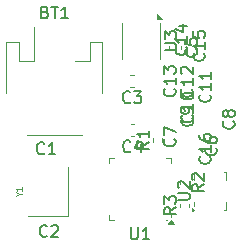
<source format=gbr>
%TF.GenerationSoftware,KiCad,Pcbnew,9.0.4*%
%TF.CreationDate,2025-09-01T12:55:03-07:00*%
%TF.ProjectId,Putting_Device,50757474-696e-4675-9f44-65766963652e,rev?*%
%TF.SameCoordinates,Original*%
%TF.FileFunction,Legend,Top*%
%TF.FilePolarity,Positive*%
%FSLAX46Y46*%
G04 Gerber Fmt 4.6, Leading zero omitted, Abs format (unit mm)*
G04 Created by KiCad (PCBNEW 9.0.4) date 2025-09-01 12:55:03*
%MOMM*%
%LPD*%
G01*
G04 APERTURE LIST*
%ADD10C,0.150000*%
%ADD11C,0.075000*%
%ADD12C,0.120000*%
G04 APERTURE END LIST*
D10*
X144159580Y-63259167D02*
X144207200Y-63306786D01*
X144207200Y-63306786D02*
X144254819Y-63449643D01*
X144254819Y-63449643D02*
X144254819Y-63544881D01*
X144254819Y-63544881D02*
X144207200Y-63687738D01*
X144207200Y-63687738D02*
X144111961Y-63782976D01*
X144111961Y-63782976D02*
X144016723Y-63830595D01*
X144016723Y-63830595D02*
X143826247Y-63878214D01*
X143826247Y-63878214D02*
X143683390Y-63878214D01*
X143683390Y-63878214D02*
X143492914Y-63830595D01*
X143492914Y-63830595D02*
X143397676Y-63782976D01*
X143397676Y-63782976D02*
X143302438Y-63687738D01*
X143302438Y-63687738D02*
X143254819Y-63544881D01*
X143254819Y-63544881D02*
X143254819Y-63449643D01*
X143254819Y-63449643D02*
X143302438Y-63306786D01*
X143302438Y-63306786D02*
X143350057Y-63259167D01*
X144254819Y-62306786D02*
X144254819Y-62878214D01*
X144254819Y-62592500D02*
X143254819Y-62592500D01*
X143254819Y-62592500D02*
X143397676Y-62687738D01*
X143397676Y-62687738D02*
X143492914Y-62782976D01*
X143492914Y-62782976D02*
X143540533Y-62878214D01*
X144254819Y-61354405D02*
X144254819Y-61925833D01*
X144254819Y-61640119D02*
X143254819Y-61640119D01*
X143254819Y-61640119D02*
X143397676Y-61735357D01*
X143397676Y-61735357D02*
X143492914Y-61830595D01*
X143492914Y-61830595D02*
X143540533Y-61925833D01*
X142659580Y-65257976D02*
X142707200Y-65305595D01*
X142707200Y-65305595D02*
X142754819Y-65448452D01*
X142754819Y-65448452D02*
X142754819Y-65543690D01*
X142754819Y-65543690D02*
X142707200Y-65686547D01*
X142707200Y-65686547D02*
X142611961Y-65781785D01*
X142611961Y-65781785D02*
X142516723Y-65829404D01*
X142516723Y-65829404D02*
X142326247Y-65877023D01*
X142326247Y-65877023D02*
X142183390Y-65877023D01*
X142183390Y-65877023D02*
X141992914Y-65829404D01*
X141992914Y-65829404D02*
X141897676Y-65781785D01*
X141897676Y-65781785D02*
X141802438Y-65686547D01*
X141802438Y-65686547D02*
X141754819Y-65543690D01*
X141754819Y-65543690D02*
X141754819Y-65448452D01*
X141754819Y-65448452D02*
X141802438Y-65305595D01*
X141802438Y-65305595D02*
X141850057Y-65257976D01*
X142754819Y-64781785D02*
X142754819Y-64591309D01*
X142754819Y-64591309D02*
X142707200Y-64496071D01*
X142707200Y-64496071D02*
X142659580Y-64448452D01*
X142659580Y-64448452D02*
X142516723Y-64353214D01*
X142516723Y-64353214D02*
X142326247Y-64305595D01*
X142326247Y-64305595D02*
X141945295Y-64305595D01*
X141945295Y-64305595D02*
X141850057Y-64353214D01*
X141850057Y-64353214D02*
X141802438Y-64400833D01*
X141802438Y-64400833D02*
X141754819Y-64496071D01*
X141754819Y-64496071D02*
X141754819Y-64686547D01*
X141754819Y-64686547D02*
X141802438Y-64781785D01*
X141802438Y-64781785D02*
X141850057Y-64829404D01*
X141850057Y-64829404D02*
X141945295Y-64877023D01*
X141945295Y-64877023D02*
X142183390Y-64877023D01*
X142183390Y-64877023D02*
X142278628Y-64829404D01*
X142278628Y-64829404D02*
X142326247Y-64781785D01*
X142326247Y-64781785D02*
X142373866Y-64686547D01*
X142373866Y-64686547D02*
X142373866Y-64496071D01*
X142373866Y-64496071D02*
X142326247Y-64400833D01*
X142326247Y-64400833D02*
X142278628Y-64353214D01*
X142278628Y-64353214D02*
X142183390Y-64305595D01*
X140329819Y-59478214D02*
X141139342Y-59478214D01*
X141139342Y-59478214D02*
X141234580Y-59430595D01*
X141234580Y-59430595D02*
X141282200Y-59382976D01*
X141282200Y-59382976D02*
X141329819Y-59287738D01*
X141329819Y-59287738D02*
X141329819Y-59097262D01*
X141329819Y-59097262D02*
X141282200Y-59002024D01*
X141282200Y-59002024D02*
X141234580Y-58954405D01*
X141234580Y-58954405D02*
X141139342Y-58906786D01*
X141139342Y-58906786D02*
X140329819Y-58906786D01*
X140329819Y-58525833D02*
X140329819Y-57906786D01*
X140329819Y-57906786D02*
X140710771Y-58240119D01*
X140710771Y-58240119D02*
X140710771Y-58097262D01*
X140710771Y-58097262D02*
X140758390Y-58002024D01*
X140758390Y-58002024D02*
X140806009Y-57954405D01*
X140806009Y-57954405D02*
X140901247Y-57906786D01*
X140901247Y-57906786D02*
X141139342Y-57906786D01*
X141139342Y-57906786D02*
X141234580Y-57954405D01*
X141234580Y-57954405D02*
X141282200Y-58002024D01*
X141282200Y-58002024D02*
X141329819Y-58097262D01*
X141329819Y-58097262D02*
X141329819Y-58382976D01*
X141329819Y-58382976D02*
X141282200Y-58478214D01*
X141282200Y-58478214D02*
X141234580Y-58525833D01*
X146159580Y-65507976D02*
X146207200Y-65555595D01*
X146207200Y-65555595D02*
X146254819Y-65698452D01*
X146254819Y-65698452D02*
X146254819Y-65793690D01*
X146254819Y-65793690D02*
X146207200Y-65936547D01*
X146207200Y-65936547D02*
X146111961Y-66031785D01*
X146111961Y-66031785D02*
X146016723Y-66079404D01*
X146016723Y-66079404D02*
X145826247Y-66127023D01*
X145826247Y-66127023D02*
X145683390Y-66127023D01*
X145683390Y-66127023D02*
X145492914Y-66079404D01*
X145492914Y-66079404D02*
X145397676Y-66031785D01*
X145397676Y-66031785D02*
X145302438Y-65936547D01*
X145302438Y-65936547D02*
X145254819Y-65793690D01*
X145254819Y-65793690D02*
X145254819Y-65698452D01*
X145254819Y-65698452D02*
X145302438Y-65555595D01*
X145302438Y-65555595D02*
X145350057Y-65507976D01*
X145683390Y-64936547D02*
X145635771Y-65031785D01*
X145635771Y-65031785D02*
X145588152Y-65079404D01*
X145588152Y-65079404D02*
X145492914Y-65127023D01*
X145492914Y-65127023D02*
X145445295Y-65127023D01*
X145445295Y-65127023D02*
X145350057Y-65079404D01*
X145350057Y-65079404D02*
X145302438Y-65031785D01*
X145302438Y-65031785D02*
X145254819Y-64936547D01*
X145254819Y-64936547D02*
X145254819Y-64746071D01*
X145254819Y-64746071D02*
X145302438Y-64650833D01*
X145302438Y-64650833D02*
X145350057Y-64603214D01*
X145350057Y-64603214D02*
X145445295Y-64555595D01*
X145445295Y-64555595D02*
X145492914Y-64555595D01*
X145492914Y-64555595D02*
X145588152Y-64603214D01*
X145588152Y-64603214D02*
X145635771Y-64650833D01*
X145635771Y-64650833D02*
X145683390Y-64746071D01*
X145683390Y-64746071D02*
X145683390Y-64936547D01*
X145683390Y-64936547D02*
X145731009Y-65031785D01*
X145731009Y-65031785D02*
X145778628Y-65079404D01*
X145778628Y-65079404D02*
X145873866Y-65127023D01*
X145873866Y-65127023D02*
X146064342Y-65127023D01*
X146064342Y-65127023D02*
X146159580Y-65079404D01*
X146159580Y-65079404D02*
X146207200Y-65031785D01*
X146207200Y-65031785D02*
X146254819Y-64936547D01*
X146254819Y-64936547D02*
X146254819Y-64746071D01*
X146254819Y-64746071D02*
X146207200Y-64650833D01*
X146207200Y-64650833D02*
X146159580Y-64603214D01*
X146159580Y-64603214D02*
X146064342Y-64555595D01*
X146064342Y-64555595D02*
X145873866Y-64555595D01*
X145873866Y-64555595D02*
X145778628Y-64603214D01*
X145778628Y-64603214D02*
X145731009Y-64650833D01*
X145731009Y-64650833D02*
X145683390Y-64746071D01*
X130214285Y-56272319D02*
X130357142Y-56319938D01*
X130357142Y-56319938D02*
X130404761Y-56367557D01*
X130404761Y-56367557D02*
X130452380Y-56462795D01*
X130452380Y-56462795D02*
X130452380Y-56605652D01*
X130452380Y-56605652D02*
X130404761Y-56700890D01*
X130404761Y-56700890D02*
X130357142Y-56748510D01*
X130357142Y-56748510D02*
X130261904Y-56796129D01*
X130261904Y-56796129D02*
X129880952Y-56796129D01*
X129880952Y-56796129D02*
X129880952Y-55796129D01*
X129880952Y-55796129D02*
X130214285Y-55796129D01*
X130214285Y-55796129D02*
X130309523Y-55843748D01*
X130309523Y-55843748D02*
X130357142Y-55891367D01*
X130357142Y-55891367D02*
X130404761Y-55986605D01*
X130404761Y-55986605D02*
X130404761Y-56081843D01*
X130404761Y-56081843D02*
X130357142Y-56177081D01*
X130357142Y-56177081D02*
X130309523Y-56224700D01*
X130309523Y-56224700D02*
X130214285Y-56272319D01*
X130214285Y-56272319D02*
X129880952Y-56272319D01*
X130738095Y-55796129D02*
X131309523Y-55796129D01*
X131023809Y-56796129D02*
X131023809Y-55796129D01*
X132166666Y-56796129D02*
X131595238Y-56796129D01*
X131880952Y-56796129D02*
X131880952Y-55796129D01*
X131880952Y-55796129D02*
X131785714Y-55938986D01*
X131785714Y-55938986D02*
X131690476Y-56034224D01*
X131690476Y-56034224D02*
X131595238Y-56081843D01*
X143659580Y-59759167D02*
X143707200Y-59806786D01*
X143707200Y-59806786D02*
X143754819Y-59949643D01*
X143754819Y-59949643D02*
X143754819Y-60044881D01*
X143754819Y-60044881D02*
X143707200Y-60187738D01*
X143707200Y-60187738D02*
X143611961Y-60282976D01*
X143611961Y-60282976D02*
X143516723Y-60330595D01*
X143516723Y-60330595D02*
X143326247Y-60378214D01*
X143326247Y-60378214D02*
X143183390Y-60378214D01*
X143183390Y-60378214D02*
X142992914Y-60330595D01*
X142992914Y-60330595D02*
X142897676Y-60282976D01*
X142897676Y-60282976D02*
X142802438Y-60187738D01*
X142802438Y-60187738D02*
X142754819Y-60044881D01*
X142754819Y-60044881D02*
X142754819Y-59949643D01*
X142754819Y-59949643D02*
X142802438Y-59806786D01*
X142802438Y-59806786D02*
X142850057Y-59759167D01*
X143754819Y-58806786D02*
X143754819Y-59378214D01*
X143754819Y-59092500D02*
X142754819Y-59092500D01*
X142754819Y-59092500D02*
X142897676Y-59187738D01*
X142897676Y-59187738D02*
X142992914Y-59282976D01*
X142992914Y-59282976D02*
X143040533Y-59378214D01*
X142754819Y-57902024D02*
X142754819Y-58378214D01*
X142754819Y-58378214D02*
X143231009Y-58425833D01*
X143231009Y-58425833D02*
X143183390Y-58378214D01*
X143183390Y-58378214D02*
X143135771Y-58282976D01*
X143135771Y-58282976D02*
X143135771Y-58044881D01*
X143135771Y-58044881D02*
X143183390Y-57949643D01*
X143183390Y-57949643D02*
X143231009Y-57902024D01*
X143231009Y-57902024D02*
X143326247Y-57854405D01*
X143326247Y-57854405D02*
X143564342Y-57854405D01*
X143564342Y-57854405D02*
X143659580Y-57902024D01*
X143659580Y-57902024D02*
X143707200Y-57949643D01*
X143707200Y-57949643D02*
X143754819Y-58044881D01*
X143754819Y-58044881D02*
X143754819Y-58282976D01*
X143754819Y-58282976D02*
X143707200Y-58378214D01*
X143707200Y-58378214D02*
X143659580Y-58425833D01*
X144159580Y-68484167D02*
X144207200Y-68531786D01*
X144207200Y-68531786D02*
X144254819Y-68674643D01*
X144254819Y-68674643D02*
X144254819Y-68769881D01*
X144254819Y-68769881D02*
X144207200Y-68912738D01*
X144207200Y-68912738D02*
X144111961Y-69007976D01*
X144111961Y-69007976D02*
X144016723Y-69055595D01*
X144016723Y-69055595D02*
X143826247Y-69103214D01*
X143826247Y-69103214D02*
X143683390Y-69103214D01*
X143683390Y-69103214D02*
X143492914Y-69055595D01*
X143492914Y-69055595D02*
X143397676Y-69007976D01*
X143397676Y-69007976D02*
X143302438Y-68912738D01*
X143302438Y-68912738D02*
X143254819Y-68769881D01*
X143254819Y-68769881D02*
X143254819Y-68674643D01*
X143254819Y-68674643D02*
X143302438Y-68531786D01*
X143302438Y-68531786D02*
X143350057Y-68484167D01*
X144254819Y-67531786D02*
X144254819Y-68103214D01*
X144254819Y-67817500D02*
X143254819Y-67817500D01*
X143254819Y-67817500D02*
X143397676Y-67912738D01*
X143397676Y-67912738D02*
X143492914Y-68007976D01*
X143492914Y-68007976D02*
X143540533Y-68103214D01*
X143254819Y-66674643D02*
X143254819Y-66865119D01*
X143254819Y-66865119D02*
X143302438Y-66960357D01*
X143302438Y-66960357D02*
X143350057Y-67007976D01*
X143350057Y-67007976D02*
X143492914Y-67103214D01*
X143492914Y-67103214D02*
X143683390Y-67150833D01*
X143683390Y-67150833D02*
X144064342Y-67150833D01*
X144064342Y-67150833D02*
X144159580Y-67103214D01*
X144159580Y-67103214D02*
X144207200Y-67055595D01*
X144207200Y-67055595D02*
X144254819Y-66960357D01*
X144254819Y-66960357D02*
X144254819Y-66769881D01*
X144254819Y-66769881D02*
X144207200Y-66674643D01*
X144207200Y-66674643D02*
X144159580Y-66627024D01*
X144159580Y-66627024D02*
X144064342Y-66579405D01*
X144064342Y-66579405D02*
X143826247Y-66579405D01*
X143826247Y-66579405D02*
X143731009Y-66627024D01*
X143731009Y-66627024D02*
X143683390Y-66674643D01*
X143683390Y-66674643D02*
X143635771Y-66769881D01*
X143635771Y-66769881D02*
X143635771Y-66960357D01*
X143635771Y-66960357D02*
X143683390Y-67055595D01*
X143683390Y-67055595D02*
X143731009Y-67103214D01*
X143731009Y-67103214D02*
X143826247Y-67150833D01*
X138984819Y-67257976D02*
X138508628Y-67591309D01*
X138984819Y-67829404D02*
X137984819Y-67829404D01*
X137984819Y-67829404D02*
X137984819Y-67448452D01*
X137984819Y-67448452D02*
X138032438Y-67353214D01*
X138032438Y-67353214D02*
X138080057Y-67305595D01*
X138080057Y-67305595D02*
X138175295Y-67257976D01*
X138175295Y-67257976D02*
X138318152Y-67257976D01*
X138318152Y-67257976D02*
X138413390Y-67305595D01*
X138413390Y-67305595D02*
X138461009Y-67353214D01*
X138461009Y-67353214D02*
X138508628Y-67448452D01*
X138508628Y-67448452D02*
X138508628Y-67829404D01*
X138984819Y-66305595D02*
X138984819Y-66877023D01*
X138984819Y-66591309D02*
X137984819Y-66591309D01*
X137984819Y-66591309D02*
X138127676Y-66686547D01*
X138127676Y-66686547D02*
X138222914Y-66781785D01*
X138222914Y-66781785D02*
X138270533Y-66877023D01*
X142989580Y-59407976D02*
X143037200Y-59455595D01*
X143037200Y-59455595D02*
X143084819Y-59598452D01*
X143084819Y-59598452D02*
X143084819Y-59693690D01*
X143084819Y-59693690D02*
X143037200Y-59836547D01*
X143037200Y-59836547D02*
X142941961Y-59931785D01*
X142941961Y-59931785D02*
X142846723Y-59979404D01*
X142846723Y-59979404D02*
X142656247Y-60027023D01*
X142656247Y-60027023D02*
X142513390Y-60027023D01*
X142513390Y-60027023D02*
X142322914Y-59979404D01*
X142322914Y-59979404D02*
X142227676Y-59931785D01*
X142227676Y-59931785D02*
X142132438Y-59836547D01*
X142132438Y-59836547D02*
X142084819Y-59693690D01*
X142084819Y-59693690D02*
X142084819Y-59598452D01*
X142084819Y-59598452D02*
X142132438Y-59455595D01*
X142132438Y-59455595D02*
X142180057Y-59407976D01*
X142084819Y-58503214D02*
X142084819Y-58979404D01*
X142084819Y-58979404D02*
X142561009Y-59027023D01*
X142561009Y-59027023D02*
X142513390Y-58979404D01*
X142513390Y-58979404D02*
X142465771Y-58884166D01*
X142465771Y-58884166D02*
X142465771Y-58646071D01*
X142465771Y-58646071D02*
X142513390Y-58550833D01*
X142513390Y-58550833D02*
X142561009Y-58503214D01*
X142561009Y-58503214D02*
X142656247Y-58455595D01*
X142656247Y-58455595D02*
X142894342Y-58455595D01*
X142894342Y-58455595D02*
X142989580Y-58503214D01*
X142989580Y-58503214D02*
X143037200Y-58550833D01*
X143037200Y-58550833D02*
X143084819Y-58646071D01*
X143084819Y-58646071D02*
X143084819Y-58884166D01*
X143084819Y-58884166D02*
X143037200Y-58979404D01*
X143037200Y-58979404D02*
X142989580Y-59027023D01*
D11*
X127989314Y-71679404D02*
X128227409Y-71679404D01*
X127727409Y-71846070D02*
X127989314Y-71679404D01*
X127989314Y-71679404D02*
X127727409Y-71512737D01*
X128227409Y-71084166D02*
X128227409Y-71369880D01*
X128227409Y-71227023D02*
X127727409Y-71227023D01*
X127727409Y-71227023D02*
X127798838Y-71274642D01*
X127798838Y-71274642D02*
X127846457Y-71322261D01*
X127846457Y-71322261D02*
X127870266Y-71369880D01*
D10*
X142659580Y-64984167D02*
X142707200Y-65031786D01*
X142707200Y-65031786D02*
X142754819Y-65174643D01*
X142754819Y-65174643D02*
X142754819Y-65269881D01*
X142754819Y-65269881D02*
X142707200Y-65412738D01*
X142707200Y-65412738D02*
X142611961Y-65507976D01*
X142611961Y-65507976D02*
X142516723Y-65555595D01*
X142516723Y-65555595D02*
X142326247Y-65603214D01*
X142326247Y-65603214D02*
X142183390Y-65603214D01*
X142183390Y-65603214D02*
X141992914Y-65555595D01*
X141992914Y-65555595D02*
X141897676Y-65507976D01*
X141897676Y-65507976D02*
X141802438Y-65412738D01*
X141802438Y-65412738D02*
X141754819Y-65269881D01*
X141754819Y-65269881D02*
X141754819Y-65174643D01*
X141754819Y-65174643D02*
X141802438Y-65031786D01*
X141802438Y-65031786D02*
X141850057Y-64984167D01*
X142754819Y-64031786D02*
X142754819Y-64603214D01*
X142754819Y-64317500D02*
X141754819Y-64317500D01*
X141754819Y-64317500D02*
X141897676Y-64412738D01*
X141897676Y-64412738D02*
X141992914Y-64507976D01*
X141992914Y-64507976D02*
X142040533Y-64603214D01*
X141754819Y-63412738D02*
X141754819Y-63317500D01*
X141754819Y-63317500D02*
X141802438Y-63222262D01*
X141802438Y-63222262D02*
X141850057Y-63174643D01*
X141850057Y-63174643D02*
X141945295Y-63127024D01*
X141945295Y-63127024D02*
X142135771Y-63079405D01*
X142135771Y-63079405D02*
X142373866Y-63079405D01*
X142373866Y-63079405D02*
X142564342Y-63127024D01*
X142564342Y-63127024D02*
X142659580Y-63174643D01*
X142659580Y-63174643D02*
X142707200Y-63222262D01*
X142707200Y-63222262D02*
X142754819Y-63317500D01*
X142754819Y-63317500D02*
X142754819Y-63412738D01*
X142754819Y-63412738D02*
X142707200Y-63507976D01*
X142707200Y-63507976D02*
X142659580Y-63555595D01*
X142659580Y-63555595D02*
X142564342Y-63603214D01*
X142564342Y-63603214D02*
X142373866Y-63650833D01*
X142373866Y-63650833D02*
X142135771Y-63650833D01*
X142135771Y-63650833D02*
X141945295Y-63603214D01*
X141945295Y-63603214D02*
X141850057Y-63555595D01*
X141850057Y-63555595D02*
X141802438Y-63507976D01*
X141802438Y-63507976D02*
X141754819Y-63412738D01*
X142609580Y-62809167D02*
X142657200Y-62856786D01*
X142657200Y-62856786D02*
X142704819Y-62999643D01*
X142704819Y-62999643D02*
X142704819Y-63094881D01*
X142704819Y-63094881D02*
X142657200Y-63237738D01*
X142657200Y-63237738D02*
X142561961Y-63332976D01*
X142561961Y-63332976D02*
X142466723Y-63380595D01*
X142466723Y-63380595D02*
X142276247Y-63428214D01*
X142276247Y-63428214D02*
X142133390Y-63428214D01*
X142133390Y-63428214D02*
X141942914Y-63380595D01*
X141942914Y-63380595D02*
X141847676Y-63332976D01*
X141847676Y-63332976D02*
X141752438Y-63237738D01*
X141752438Y-63237738D02*
X141704819Y-63094881D01*
X141704819Y-63094881D02*
X141704819Y-62999643D01*
X141704819Y-62999643D02*
X141752438Y-62856786D01*
X141752438Y-62856786D02*
X141800057Y-62809167D01*
X142704819Y-61856786D02*
X142704819Y-62428214D01*
X142704819Y-62142500D02*
X141704819Y-62142500D01*
X141704819Y-62142500D02*
X141847676Y-62237738D01*
X141847676Y-62237738D02*
X141942914Y-62332976D01*
X141942914Y-62332976D02*
X141990533Y-62428214D01*
X141800057Y-61475833D02*
X141752438Y-61428214D01*
X141752438Y-61428214D02*
X141704819Y-61332976D01*
X141704819Y-61332976D02*
X141704819Y-61094881D01*
X141704819Y-61094881D02*
X141752438Y-60999643D01*
X141752438Y-60999643D02*
X141800057Y-60952024D01*
X141800057Y-60952024D02*
X141895295Y-60904405D01*
X141895295Y-60904405D02*
X141990533Y-60904405D01*
X141990533Y-60904405D02*
X142133390Y-60952024D01*
X142133390Y-60952024D02*
X142704819Y-61523452D01*
X142704819Y-61523452D02*
X142704819Y-60904405D01*
X142159580Y-59259167D02*
X142207200Y-59306786D01*
X142207200Y-59306786D02*
X142254819Y-59449643D01*
X142254819Y-59449643D02*
X142254819Y-59544881D01*
X142254819Y-59544881D02*
X142207200Y-59687738D01*
X142207200Y-59687738D02*
X142111961Y-59782976D01*
X142111961Y-59782976D02*
X142016723Y-59830595D01*
X142016723Y-59830595D02*
X141826247Y-59878214D01*
X141826247Y-59878214D02*
X141683390Y-59878214D01*
X141683390Y-59878214D02*
X141492914Y-59830595D01*
X141492914Y-59830595D02*
X141397676Y-59782976D01*
X141397676Y-59782976D02*
X141302438Y-59687738D01*
X141302438Y-59687738D02*
X141254819Y-59544881D01*
X141254819Y-59544881D02*
X141254819Y-59449643D01*
X141254819Y-59449643D02*
X141302438Y-59306786D01*
X141302438Y-59306786D02*
X141350057Y-59259167D01*
X142254819Y-58306786D02*
X142254819Y-58878214D01*
X142254819Y-58592500D02*
X141254819Y-58592500D01*
X141254819Y-58592500D02*
X141397676Y-58687738D01*
X141397676Y-58687738D02*
X141492914Y-58782976D01*
X141492914Y-58782976D02*
X141540533Y-58878214D01*
X141588152Y-57449643D02*
X142254819Y-57449643D01*
X141207200Y-57687738D02*
X141921485Y-57925833D01*
X141921485Y-57925833D02*
X141921485Y-57306786D01*
X143637319Y-70857976D02*
X143161128Y-71191309D01*
X143637319Y-71429404D02*
X142637319Y-71429404D01*
X142637319Y-71429404D02*
X142637319Y-71048452D01*
X142637319Y-71048452D02*
X142684938Y-70953214D01*
X142684938Y-70953214D02*
X142732557Y-70905595D01*
X142732557Y-70905595D02*
X142827795Y-70857976D01*
X142827795Y-70857976D02*
X142970652Y-70857976D01*
X142970652Y-70857976D02*
X143065890Y-70905595D01*
X143065890Y-70905595D02*
X143113509Y-70953214D01*
X143113509Y-70953214D02*
X143161128Y-71048452D01*
X143161128Y-71048452D02*
X143161128Y-71429404D01*
X142732557Y-70477023D02*
X142684938Y-70429404D01*
X142684938Y-70429404D02*
X142637319Y-70334166D01*
X142637319Y-70334166D02*
X142637319Y-70096071D01*
X142637319Y-70096071D02*
X142684938Y-70000833D01*
X142684938Y-70000833D02*
X142732557Y-69953214D01*
X142732557Y-69953214D02*
X142827795Y-69905595D01*
X142827795Y-69905595D02*
X142923033Y-69905595D01*
X142923033Y-69905595D02*
X143065890Y-69953214D01*
X143065890Y-69953214D02*
X143637319Y-70524642D01*
X143637319Y-70524642D02*
X143637319Y-69905595D01*
X141159580Y-67007976D02*
X141207200Y-67055595D01*
X141207200Y-67055595D02*
X141254819Y-67198452D01*
X141254819Y-67198452D02*
X141254819Y-67293690D01*
X141254819Y-67293690D02*
X141207200Y-67436547D01*
X141207200Y-67436547D02*
X141111961Y-67531785D01*
X141111961Y-67531785D02*
X141016723Y-67579404D01*
X141016723Y-67579404D02*
X140826247Y-67627023D01*
X140826247Y-67627023D02*
X140683390Y-67627023D01*
X140683390Y-67627023D02*
X140492914Y-67579404D01*
X140492914Y-67579404D02*
X140397676Y-67531785D01*
X140397676Y-67531785D02*
X140302438Y-67436547D01*
X140302438Y-67436547D02*
X140254819Y-67293690D01*
X140254819Y-67293690D02*
X140254819Y-67198452D01*
X140254819Y-67198452D02*
X140302438Y-67055595D01*
X140302438Y-67055595D02*
X140350057Y-67007976D01*
X140254819Y-66674642D02*
X140254819Y-66007976D01*
X140254819Y-66007976D02*
X141254819Y-66436547D01*
X137408333Y-63880890D02*
X137360714Y-63928510D01*
X137360714Y-63928510D02*
X137217857Y-63976129D01*
X137217857Y-63976129D02*
X137122619Y-63976129D01*
X137122619Y-63976129D02*
X136979762Y-63928510D01*
X136979762Y-63928510D02*
X136884524Y-63833271D01*
X136884524Y-63833271D02*
X136836905Y-63738033D01*
X136836905Y-63738033D02*
X136789286Y-63547557D01*
X136789286Y-63547557D02*
X136789286Y-63404700D01*
X136789286Y-63404700D02*
X136836905Y-63214224D01*
X136836905Y-63214224D02*
X136884524Y-63118986D01*
X136884524Y-63118986D02*
X136979762Y-63023748D01*
X136979762Y-63023748D02*
X137122619Y-62976129D01*
X137122619Y-62976129D02*
X137217857Y-62976129D01*
X137217857Y-62976129D02*
X137360714Y-63023748D01*
X137360714Y-63023748D02*
X137408333Y-63071367D01*
X137741667Y-62976129D02*
X138360714Y-62976129D01*
X138360714Y-62976129D02*
X138027381Y-63357081D01*
X138027381Y-63357081D02*
X138170238Y-63357081D01*
X138170238Y-63357081D02*
X138265476Y-63404700D01*
X138265476Y-63404700D02*
X138313095Y-63452319D01*
X138313095Y-63452319D02*
X138360714Y-63547557D01*
X138360714Y-63547557D02*
X138360714Y-63785652D01*
X138360714Y-63785652D02*
X138313095Y-63880890D01*
X138313095Y-63880890D02*
X138265476Y-63928510D01*
X138265476Y-63928510D02*
X138170238Y-63976129D01*
X138170238Y-63976129D02*
X137884524Y-63976129D01*
X137884524Y-63976129D02*
X137789286Y-63928510D01*
X137789286Y-63928510D02*
X137741667Y-63880890D01*
X130358333Y-75200890D02*
X130310714Y-75248510D01*
X130310714Y-75248510D02*
X130167857Y-75296129D01*
X130167857Y-75296129D02*
X130072619Y-75296129D01*
X130072619Y-75296129D02*
X129929762Y-75248510D01*
X129929762Y-75248510D02*
X129834524Y-75153271D01*
X129834524Y-75153271D02*
X129786905Y-75058033D01*
X129786905Y-75058033D02*
X129739286Y-74867557D01*
X129739286Y-74867557D02*
X129739286Y-74724700D01*
X129739286Y-74724700D02*
X129786905Y-74534224D01*
X129786905Y-74534224D02*
X129834524Y-74438986D01*
X129834524Y-74438986D02*
X129929762Y-74343748D01*
X129929762Y-74343748D02*
X130072619Y-74296129D01*
X130072619Y-74296129D02*
X130167857Y-74296129D01*
X130167857Y-74296129D02*
X130310714Y-74343748D01*
X130310714Y-74343748D02*
X130358333Y-74391367D01*
X130739286Y-74391367D02*
X130786905Y-74343748D01*
X130786905Y-74343748D02*
X130882143Y-74296129D01*
X130882143Y-74296129D02*
X131120238Y-74296129D01*
X131120238Y-74296129D02*
X131215476Y-74343748D01*
X131215476Y-74343748D02*
X131263095Y-74391367D01*
X131263095Y-74391367D02*
X131310714Y-74486605D01*
X131310714Y-74486605D02*
X131310714Y-74581843D01*
X131310714Y-74581843D02*
X131263095Y-74724700D01*
X131263095Y-74724700D02*
X130691667Y-75296129D01*
X130691667Y-75296129D02*
X131310714Y-75296129D01*
X137433333Y-68030890D02*
X137385714Y-68078510D01*
X137385714Y-68078510D02*
X137242857Y-68126129D01*
X137242857Y-68126129D02*
X137147619Y-68126129D01*
X137147619Y-68126129D02*
X137004762Y-68078510D01*
X137004762Y-68078510D02*
X136909524Y-67983271D01*
X136909524Y-67983271D02*
X136861905Y-67888033D01*
X136861905Y-67888033D02*
X136814286Y-67697557D01*
X136814286Y-67697557D02*
X136814286Y-67554700D01*
X136814286Y-67554700D02*
X136861905Y-67364224D01*
X136861905Y-67364224D02*
X136909524Y-67268986D01*
X136909524Y-67268986D02*
X137004762Y-67173748D01*
X137004762Y-67173748D02*
X137147619Y-67126129D01*
X137147619Y-67126129D02*
X137242857Y-67126129D01*
X137242857Y-67126129D02*
X137385714Y-67173748D01*
X137385714Y-67173748D02*
X137433333Y-67221367D01*
X138290476Y-67459462D02*
X138290476Y-68126129D01*
X138052381Y-67078510D02*
X137814286Y-67792795D01*
X137814286Y-67792795D02*
X138433333Y-67792795D01*
X141159580Y-62759167D02*
X141207200Y-62806786D01*
X141207200Y-62806786D02*
X141254819Y-62949643D01*
X141254819Y-62949643D02*
X141254819Y-63044881D01*
X141254819Y-63044881D02*
X141207200Y-63187738D01*
X141207200Y-63187738D02*
X141111961Y-63282976D01*
X141111961Y-63282976D02*
X141016723Y-63330595D01*
X141016723Y-63330595D02*
X140826247Y-63378214D01*
X140826247Y-63378214D02*
X140683390Y-63378214D01*
X140683390Y-63378214D02*
X140492914Y-63330595D01*
X140492914Y-63330595D02*
X140397676Y-63282976D01*
X140397676Y-63282976D02*
X140302438Y-63187738D01*
X140302438Y-63187738D02*
X140254819Y-63044881D01*
X140254819Y-63044881D02*
X140254819Y-62949643D01*
X140254819Y-62949643D02*
X140302438Y-62806786D01*
X140302438Y-62806786D02*
X140350057Y-62759167D01*
X141254819Y-61806786D02*
X141254819Y-62378214D01*
X141254819Y-62092500D02*
X140254819Y-62092500D01*
X140254819Y-62092500D02*
X140397676Y-62187738D01*
X140397676Y-62187738D02*
X140492914Y-62282976D01*
X140492914Y-62282976D02*
X140540533Y-62378214D01*
X140254819Y-61473452D02*
X140254819Y-60854405D01*
X140254819Y-60854405D02*
X140635771Y-61187738D01*
X140635771Y-61187738D02*
X140635771Y-61044881D01*
X140635771Y-61044881D02*
X140683390Y-60949643D01*
X140683390Y-60949643D02*
X140731009Y-60902024D01*
X140731009Y-60902024D02*
X140826247Y-60854405D01*
X140826247Y-60854405D02*
X141064342Y-60854405D01*
X141064342Y-60854405D02*
X141159580Y-60902024D01*
X141159580Y-60902024D02*
X141207200Y-60949643D01*
X141207200Y-60949643D02*
X141254819Y-61044881D01*
X141254819Y-61044881D02*
X141254819Y-61330595D01*
X141254819Y-61330595D02*
X141207200Y-61425833D01*
X141207200Y-61425833D02*
X141159580Y-61473452D01*
X141454819Y-72153214D02*
X142264342Y-72153214D01*
X142264342Y-72153214D02*
X142359580Y-72105595D01*
X142359580Y-72105595D02*
X142407200Y-72057976D01*
X142407200Y-72057976D02*
X142454819Y-71962738D01*
X142454819Y-71962738D02*
X142454819Y-71772262D01*
X142454819Y-71772262D02*
X142407200Y-71677024D01*
X142407200Y-71677024D02*
X142359580Y-71629405D01*
X142359580Y-71629405D02*
X142264342Y-71581786D01*
X142264342Y-71581786D02*
X141454819Y-71581786D01*
X141550057Y-71153214D02*
X141502438Y-71105595D01*
X141502438Y-71105595D02*
X141454819Y-71010357D01*
X141454819Y-71010357D02*
X141454819Y-70772262D01*
X141454819Y-70772262D02*
X141502438Y-70677024D01*
X141502438Y-70677024D02*
X141550057Y-70629405D01*
X141550057Y-70629405D02*
X141645295Y-70581786D01*
X141645295Y-70581786D02*
X141740533Y-70581786D01*
X141740533Y-70581786D02*
X141883390Y-70629405D01*
X141883390Y-70629405D02*
X142454819Y-71200833D01*
X142454819Y-71200833D02*
X142454819Y-70581786D01*
X141297319Y-72807976D02*
X140821128Y-73141309D01*
X141297319Y-73379404D02*
X140297319Y-73379404D01*
X140297319Y-73379404D02*
X140297319Y-72998452D01*
X140297319Y-72998452D02*
X140344938Y-72903214D01*
X140344938Y-72903214D02*
X140392557Y-72855595D01*
X140392557Y-72855595D02*
X140487795Y-72807976D01*
X140487795Y-72807976D02*
X140630652Y-72807976D01*
X140630652Y-72807976D02*
X140725890Y-72855595D01*
X140725890Y-72855595D02*
X140773509Y-72903214D01*
X140773509Y-72903214D02*
X140821128Y-72998452D01*
X140821128Y-72998452D02*
X140821128Y-73379404D01*
X140297319Y-72474642D02*
X140297319Y-71855595D01*
X140297319Y-71855595D02*
X140678271Y-72188928D01*
X140678271Y-72188928D02*
X140678271Y-72046071D01*
X140678271Y-72046071D02*
X140725890Y-71950833D01*
X140725890Y-71950833D02*
X140773509Y-71903214D01*
X140773509Y-71903214D02*
X140868747Y-71855595D01*
X140868747Y-71855595D02*
X141106842Y-71855595D01*
X141106842Y-71855595D02*
X141202080Y-71903214D01*
X141202080Y-71903214D02*
X141249700Y-71950833D01*
X141249700Y-71950833D02*
X141297319Y-72046071D01*
X141297319Y-72046071D02*
X141297319Y-72331785D01*
X141297319Y-72331785D02*
X141249700Y-72427023D01*
X141249700Y-72427023D02*
X141202080Y-72474642D01*
X137475595Y-74496129D02*
X137475595Y-75305652D01*
X137475595Y-75305652D02*
X137523214Y-75400890D01*
X137523214Y-75400890D02*
X137570833Y-75448510D01*
X137570833Y-75448510D02*
X137666071Y-75496129D01*
X137666071Y-75496129D02*
X137856547Y-75496129D01*
X137856547Y-75496129D02*
X137951785Y-75448510D01*
X137951785Y-75448510D02*
X137999404Y-75400890D01*
X137999404Y-75400890D02*
X138047023Y-75305652D01*
X138047023Y-75305652D02*
X138047023Y-74496129D01*
X139047023Y-75496129D02*
X138475595Y-75496129D01*
X138761309Y-75496129D02*
X138761309Y-74496129D01*
X138761309Y-74496129D02*
X138666071Y-74638986D01*
X138666071Y-74638986D02*
X138570833Y-74734224D01*
X138570833Y-74734224D02*
X138475595Y-74781843D01*
X130133333Y-68200890D02*
X130085714Y-68248510D01*
X130085714Y-68248510D02*
X129942857Y-68296129D01*
X129942857Y-68296129D02*
X129847619Y-68296129D01*
X129847619Y-68296129D02*
X129704762Y-68248510D01*
X129704762Y-68248510D02*
X129609524Y-68153271D01*
X129609524Y-68153271D02*
X129561905Y-68058033D01*
X129561905Y-68058033D02*
X129514286Y-67867557D01*
X129514286Y-67867557D02*
X129514286Y-67724700D01*
X129514286Y-67724700D02*
X129561905Y-67534224D01*
X129561905Y-67534224D02*
X129609524Y-67438986D01*
X129609524Y-67438986D02*
X129704762Y-67343748D01*
X129704762Y-67343748D02*
X129847619Y-67296129D01*
X129847619Y-67296129D02*
X129942857Y-67296129D01*
X129942857Y-67296129D02*
X130085714Y-67343748D01*
X130085714Y-67343748D02*
X130133333Y-67391367D01*
X131085714Y-68296129D02*
X130514286Y-68296129D01*
X130800000Y-68296129D02*
X130800000Y-67296129D01*
X130800000Y-67296129D02*
X130704762Y-67438986D01*
X130704762Y-67438986D02*
X130609524Y-67534224D01*
X130609524Y-67534224D02*
X130514286Y-67581843D01*
X144659580Y-67757976D02*
X144707200Y-67805595D01*
X144707200Y-67805595D02*
X144754819Y-67948452D01*
X144754819Y-67948452D02*
X144754819Y-68043690D01*
X144754819Y-68043690D02*
X144707200Y-68186547D01*
X144707200Y-68186547D02*
X144611961Y-68281785D01*
X144611961Y-68281785D02*
X144516723Y-68329404D01*
X144516723Y-68329404D02*
X144326247Y-68377023D01*
X144326247Y-68377023D02*
X144183390Y-68377023D01*
X144183390Y-68377023D02*
X143992914Y-68329404D01*
X143992914Y-68329404D02*
X143897676Y-68281785D01*
X143897676Y-68281785D02*
X143802438Y-68186547D01*
X143802438Y-68186547D02*
X143754819Y-68043690D01*
X143754819Y-68043690D02*
X143754819Y-67948452D01*
X143754819Y-67948452D02*
X143802438Y-67805595D01*
X143802438Y-67805595D02*
X143850057Y-67757976D01*
X143754819Y-66900833D02*
X143754819Y-67091309D01*
X143754819Y-67091309D02*
X143802438Y-67186547D01*
X143802438Y-67186547D02*
X143850057Y-67234166D01*
X143850057Y-67234166D02*
X143992914Y-67329404D01*
X143992914Y-67329404D02*
X144183390Y-67377023D01*
X144183390Y-67377023D02*
X144564342Y-67377023D01*
X144564342Y-67377023D02*
X144659580Y-67329404D01*
X144659580Y-67329404D02*
X144707200Y-67281785D01*
X144707200Y-67281785D02*
X144754819Y-67186547D01*
X144754819Y-67186547D02*
X144754819Y-66996071D01*
X144754819Y-66996071D02*
X144707200Y-66900833D01*
X144707200Y-66900833D02*
X144659580Y-66853214D01*
X144659580Y-66853214D02*
X144564342Y-66805595D01*
X144564342Y-66805595D02*
X144326247Y-66805595D01*
X144326247Y-66805595D02*
X144231009Y-66853214D01*
X144231009Y-66853214D02*
X144183390Y-66900833D01*
X144183390Y-66900833D02*
X144135771Y-66996071D01*
X144135771Y-66996071D02*
X144135771Y-67186547D01*
X144135771Y-67186547D02*
X144183390Y-67281785D01*
X144183390Y-67281785D02*
X144231009Y-67329404D01*
X144231009Y-67329404D02*
X144326247Y-67377023D01*
D12*
%TO.C,U3*%
X136690000Y-57216310D02*
X136690000Y-60216310D01*
X139910000Y-57216310D02*
X139910000Y-60216310D01*
X140140000Y-56876310D02*
X139660000Y-56876310D01*
X139660000Y-56396310D01*
X140140000Y-56876310D01*
G36*
X140140000Y-56876310D02*
G01*
X139660000Y-56876310D01*
X139660000Y-56396310D01*
X140140000Y-56876310D01*
G37*
%TO.C,BT1*%
X126940000Y-58831310D02*
X127960000Y-58831310D01*
X126940000Y-63081310D02*
X126940000Y-58831310D01*
X127960000Y-58831310D02*
X127960000Y-60431310D01*
X127960000Y-60431310D02*
X129240000Y-60431310D01*
X128660000Y-66651310D02*
X133340000Y-66651310D01*
X129240000Y-60431310D02*
X129240000Y-57541310D01*
X134040000Y-58831310D02*
X134040000Y-60431310D01*
X134040000Y-60431310D02*
X132760000Y-60431310D01*
X135060000Y-58831310D02*
X134040000Y-58831310D01*
X135060000Y-63081310D02*
X135060000Y-58831310D01*
%TO.C,R1*%
X139320000Y-67244951D02*
X139320000Y-66937669D01*
X140080000Y-67244951D02*
X140080000Y-66937669D01*
%TO.C,C5*%
X140690000Y-59100730D02*
X140690000Y-59381890D01*
X141710000Y-59100730D02*
X141710000Y-59381890D01*
%TO.C,Y1*%
X128740000Y-73501310D02*
X132160000Y-73501310D01*
X132160000Y-73501310D02*
X132160000Y-69381310D01*
%TO.C,R2*%
X141632500Y-70537669D02*
X141632500Y-70844951D01*
X142392500Y-70537669D02*
X142392500Y-70844951D01*
%TO.C,C3*%
X137715580Y-61581310D02*
X137434420Y-61581310D01*
X137715580Y-62601310D02*
X137434420Y-62601310D01*
%TO.C,C4*%
X137740580Y-65731310D02*
X137459420Y-65731310D01*
X137740580Y-66751310D02*
X137459420Y-66751310D01*
%TO.C,U2*%
X142840000Y-69781310D02*
X143015000Y-69781310D01*
X142840000Y-70456310D02*
X142840000Y-69781310D01*
X142840000Y-72326310D02*
X142840000Y-72701310D01*
X145560000Y-69781310D02*
X145385000Y-69781310D01*
X145560000Y-70456310D02*
X145560000Y-69781310D01*
X145560000Y-72326310D02*
X145560000Y-73001310D01*
X145560000Y-73001310D02*
X145385000Y-73001310D01*
X142840000Y-73001310D02*
X142650000Y-73141310D01*
X142650000Y-72861310D01*
X142840000Y-73001310D01*
G36*
X142840000Y-73001310D02*
G01*
X142650000Y-73141310D01*
X142650000Y-72861310D01*
X142840000Y-73001310D01*
G37*
%TO.C,R3*%
X141632500Y-72794951D02*
X141632500Y-72487669D01*
X142392500Y-72794951D02*
X142392500Y-72487669D01*
%TO.C,U1*%
X135627500Y-68631310D02*
X135627500Y-69056310D01*
X135627500Y-73851310D02*
X135627500Y-73426310D01*
X136052500Y-68631310D02*
X135627500Y-68631310D01*
X136052500Y-73851310D02*
X135627500Y-73851310D01*
X140422500Y-68631310D02*
X140847500Y-68631310D01*
X140422500Y-73851310D02*
X140547500Y-73851310D01*
X140847500Y-68631310D02*
X140847500Y-69056310D01*
X140847500Y-73426310D02*
X140847500Y-73611310D01*
X141087500Y-74181310D02*
X140607500Y-74181310D01*
X140847500Y-73851310D01*
X141087500Y-74181310D01*
G36*
X141087500Y-74181310D02*
G01*
X140607500Y-74181310D01*
X140847500Y-73851310D01*
X141087500Y-74181310D01*
G37*
%TD*%
M02*

</source>
